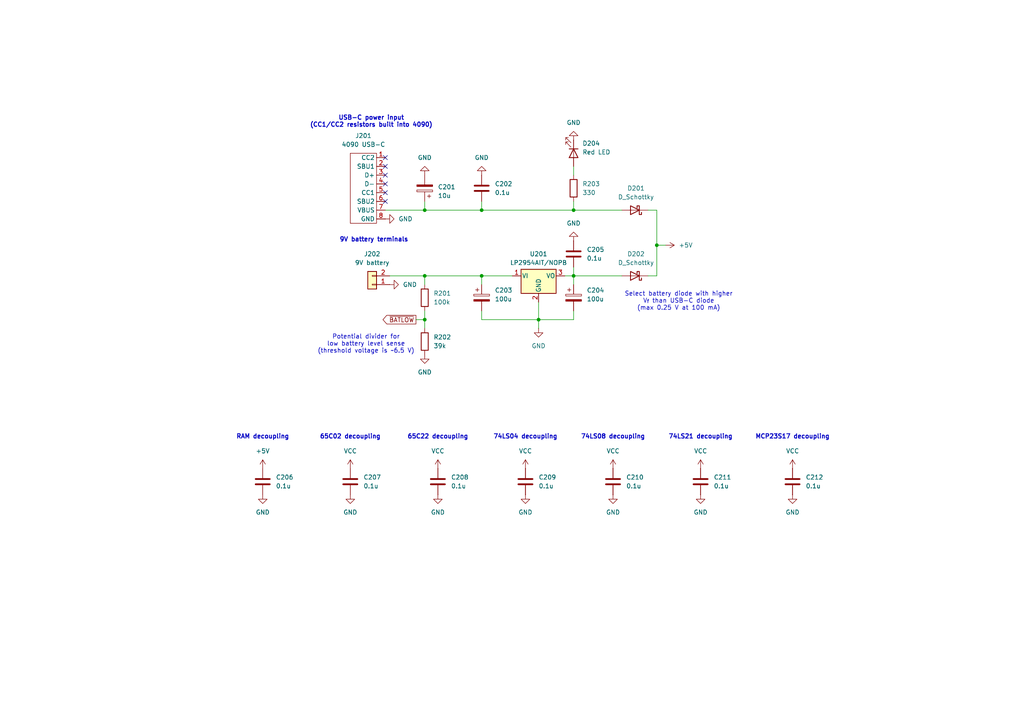
<source format=kicad_sch>
(kicad_sch (version 20250114) (generator "eeschema") (generator_version "9.0")
  (paper "A4")
  (lib_symbols
    (symbol "Components:4090"
      (property "Reference" "J" (at 0.508 3.81 0))
      (property "Value" "4090 USB-C" (at 6.096 1.524 0))
      (symbol "4090_0_1"
        (rectangle (start 0 0) (end 7.62 -20.32))
      )
      (symbol "4090_1_1"
        (pin input line (at 10.16 -1.27 180) (length 2.54) (name "CC2") (number "1"))
        (pin bidirectional line (at 10.16 -3.81 180) (length 2.54) (name "SBU1") (number "2"))
        (pin bidirectional line (at 10.16 -6.35 180) (length 2.54) (name "D+") (number "3"))
        (pin bidirectional line (at 10.16 -8.89 180) (length 2.54) (name "D-") (number "4"))
        (pin input line (at 10.16 -11.43 180) (length 2.54) (name "CC1") (number "5"))
        (pin bidirectional line (at 10.16 -13.97 180) (length 2.54) (name "SBU2") (number "6"))
        (pin power_out line (at 10.16 -16.51 180) (length 2.54) (name "VBUS") (number "7"))
        (pin power_out line (at 10.16 -19.05 180) (length 2.54) (name "GND") (number "8"))
      )
    )
    (symbol "Connector_Generic:Conn_01x02" (pin_names (offset 1.016) (hide yes))
      (property "Reference" "J" (at 0 2.54 0))
      (property "Value" "Conn_01x02" (at 0 -5.08 0))
      (symbol "Conn_01x02_1_1"
        (rectangle (start -1.27 1.27) (end 1.27 -3.81) (stroke (width 0.254)) (fill (type background)))
        (rectangle (start -1.27 0.127) (end 0 -0.127) (stroke (width 0.1524)))
        (rectangle (start -1.27 -2.413) (end 0 -2.667) (stroke (width 0.1524)))
        (pin passive line (at -5.08 0 0) (length 3.81) (name "Pin_1") (number "1"))
        (pin passive line (at -5.08 -2.54 0) (length 3.81) (name "Pin_2") (number "2"))
      )
    )
    (symbol "Device:C" (pin_numbers (hide yes)) (pin_names (offset 0.254))
      (property "Reference" "C" (at 0.635 2.54 0))
      (property "Value" "C" (at 0.635 -2.54 0))
      (symbol "C_0_1"
        (polyline (pts (xy -2.032 0.762) (xy 2.032 0.762)) (stroke (width 0.508)))
        (polyline (pts (xy -2.032 -0.762) (xy 2.032 -0.762)) (stroke (width 0.508)))
      )
      (symbol "C_1_1"
        (pin passive line (at 0 3.81 270) (length 2.794) (name "~") (number "1"))
        (pin passive line (at 0 -3.81 90) (length 2.794) (name "~") (number "2"))
      )
    )
    (symbol "Device:C_Polarized" (pin_numbers (hide yes)) (pin_names (offset 0.254))
      (property "Reference" "C" (at 0.635 2.54 0))
      (property "Value" "C_Polarized" (at 0.635 -2.54 0))
      (symbol "C_Polarized_0_1"
        (rectangle (start -2.286 0.508) (end 2.286 1.016))
        (polyline (pts (xy -1.778 2.286) (xy -0.762 2.286)))
        (polyline (pts (xy -1.27 2.794) (xy -1.27 1.778)))
        (rectangle (start 2.286 -0.508) (end -2.286 -1.016) (fill (type outline)))
      )
      (symbol "C_Polarized_1_1"
        (pin passive line (at 0 3.81 270) (length 2.794) (name "~") (number "1"))
        (pin passive line (at 0 -3.81 90) (length 2.794) (name "~") (number "2"))
      )
    )
    (symbol "Device:D_Schottky" (pin_numbers (hide yes)) (pin_names (offset 1.016) (hide yes))
      (property "Reference" "D" (at 0 2.54 0))
      (property "Value" "D_Schottky" (at 0 -2.54 0))
      (symbol "D_Schottky_0_1"
        (polyline (pts (xy -1.905 0.635) (xy -1.905 1.27) (xy -1.27 1.27) (xy -1.27 -1.27) (xy -0.635 -1.27) (xy -0.635 -0.635)) (stroke (width 0.254)))
        (polyline (pts (xy 1.27 1.27) (xy 1.27 -1.27) (xy -1.27 0) (xy 1.27 1.27)) (stroke (width 0.254)))
        (polyline (pts (xy 1.27 0) (xy -1.27 0)))
      )
      (symbol "D_Schottky_1_1"
        (pin passive line (at -3.81 0 0) (length 2.54) (name "K") (number "1"))
        (pin passive line (at 3.81 0 180) (length 2.54) (name "A") (number "2"))
      )
    )
    (symbol "Device:LED" (pin_numbers (hide yes)) (pin_names (offset 1.016) (hide yes))
      (property "Reference" "D" (at 0 2.54 0))
      (property "Value" "LED" (at 0 -2.54 0))
      (symbol "LED_0_1"
        (polyline (pts (xy -3.048 -0.762) (xy -4.572 -2.286) (xy -3.81 -2.286) (xy -4.572 -2.286) (xy -4.572 -1.524)))
        (polyline (pts (xy -1.778 -0.762) (xy -3.302 -2.286) (xy -2.54 -2.286) (xy -3.302 -2.286) (xy -3.302 -1.524)))
        (polyline (pts (xy -1.27 0) (xy 1.27 0)))
        (polyline (pts (xy -1.27 -1.27) (xy -1.27 1.27)) (stroke (width 0.254)))
        (polyline (pts (xy 1.27 -1.27) (xy 1.27 1.27) (xy -1.27 0) (xy 1.27 -1.27)) (stroke (width 0.254)))
      )
      (symbol "LED_1_1"
        (pin passive line (at -3.81 0 0) (length 2.54) (name "K") (number "1"))
        (pin passive line (at 3.81 0 180) (length 2.54) (name "A") (number "2"))
      )
    )
    (symbol "Device:R" (pin_numbers (hide yes)) (pin_names (offset 0))
      (property "Reference" "R" (at 2.032 0 90))
      (property "Value" "R" (at 0 0 90))
      (symbol "R_0_1"
        (rectangle (start -1.016 -2.54) (end 1.016 2.54) (stroke (width 0.254)))
      )
      (symbol "R_1_1"
        (pin passive line (at 0 3.81 270) (length 1.27) (name "~") (number "1"))
        (pin passive line (at 0 -3.81 90) (length 1.27) (name "~") (number "2"))
      )
    )
    (symbol "Regulator_Linear:LF50_TO220" (pin_names (offset 0.254))
      (property "Reference" "U" (at -3.81 3.175 0))
      (property "Value" "LF50_TO220" (at 0 3.175 0))
      (symbol "LF50_TO220_0_1"
        (rectangle (start -5.08 1.905) (end 5.08 -5.08) (stroke (width 0.254)) (fill (type background)))
      )
      (symbol "LF50_TO220_1_1"
        (pin power_in line (at -7.62 0 0) (length 2.54) (name "VI") (number "1"))
        (pin power_in line (at 0 -7.62 90) (length 2.54) (name "GND") (number "2"))
        (pin power_out line (at 7.62 0 180) (length 2.54) (name "VO") (number "3"))
      )
    )
    (symbol "power:+5V" (power) (pin_numbers (hide yes)) (pin_names (offset 0) (hide yes))
      (property "Value" "+5V" (at 0 3.556 0))
      (symbol "+5V_0_1"
        (polyline (pts (xy -0.762 1.27) (xy 0 2.54)))
        (polyline (pts (xy 0 2.54) (xy 0.762 1.27)))
        (polyline (pts (xy 0 0) (xy 0 2.54)))
      )
      (symbol "+5V_1_1"
        (pin power_in line (at 0 0 90) (length 0) (name "~") (number "1"))
      )
    )
    (symbol "power:GND" (power) (pin_numbers (hide yes)) (pin_names (offset 0) (hide yes))
      (property "Value" "GND" (at 0 -3.81 0))
      (symbol "GND_0_1"
        (polyline (pts (xy 0 0) (xy 0 -1.27) (xy 1.27 -1.27) (xy 0 -2.54) (xy -1.27 -1.27) (xy 0 -1.27)))
      )
      (symbol "GND_1_1"
        (pin power_in line (at 0 0 270) (length 0) (name "~") (number "1"))
      )
    )
  )
  (text "RAM decoupling" (at 76.2 126.746 0) (effects (font (size 1.27 1.27) (thickness 0.254) (bold yes))))
  (text "74LS08 decoupling" (at 177.8 126.746 0) (effects (font (size 1.27 1.27) (thickness 0.254) (bold yes))))
  (text "MCP23S17 decoupling" (at 229.87 126.746 0) (effects (font (size 1.27 1.27) (thickness 0.254) (bold yes))))
  (text "Select battery diode with higher\nV_{f} than USB-C diode\n(max 0.25 V at 100 mA)" (at 196.85 87.376 0) (effects (font (size 1.27 1.27))))
  (text "9V battery terminals" (at 108.458 69.596 0) (effects (font (size 1.27 1.27) (thickness 0.254) (bold yes))))
  (text "74LS04 decoupling" (at 152.4 126.746 0) (effects (font (size 1.27 1.27) (thickness 0.254) (bold yes))))
  (text "74LS21 decoupling" (at 203.2 126.746 0) (effects (font (size 1.27 1.27) (thickness 0.254) (bold yes))))
  (text "USB-C power input\n(CC1/CC2 resistors built into 4090)" (at 107.696 35.306 0) (effects (font (size 1.27 1.27) (thickness 0.254) (bold yes))))
  (text "65C02 decoupling" (at 101.6 126.746 0) (effects (font (size 1.27 1.27) (thickness 0.254) (bold yes))))
  (text "65C22 decoupling" (at 127 126.746 0) (effects (font (size 1.27 1.27) (thickness 0.254) (bold yes))))
  (text "Potential divider for\nlow battery level sense\n(threshold voltage is ~6.5 V)" (at 106.172 99.822 0) (effects (font (size 1.27 1.27) (thickness 0.1588))))
  (junction (at 139.7 60.96))
  (junction (at 166.37 80.01))
  (junction (at 123.19 60.96))
  (junction (at 166.37 60.96))
  (junction (at 123.19 92.71))
  (junction (at 139.7 80.01))
  (junction (at 123.19 80.01))
  (junction (at 156.21 92.71))
  (junction (at 190.5 71.12))
  (no_connect (at 111.76 58.42))
  (no_connect (at 111.76 53.34))
  (no_connect (at 111.76 48.26))
  (no_connect (at 111.76 55.88))
  (no_connect (at 111.76 45.72))
  (no_connect (at 111.76 50.8))
  (wire (pts (xy 156.21 92.71) (xy 156.21 87.63)))
  (wire (pts (xy 139.7 80.01) (xy 139.7 82.55)))
  (wire (pts (xy 123.19 80.01) (xy 123.19 82.55)))
  (wire (pts (xy 123.19 80.01) (xy 139.7 80.01)))
  (wire (pts (xy 166.37 48.26) (xy 166.37 50.8)))
  (wire (pts (xy 156.21 95.25) (xy 156.21 92.71)))
  (wire (pts (xy 163.83 80.01) (xy 166.37 80.01)))
  (wire (pts (xy 166.37 92.71) (xy 156.21 92.71)))
  (wire (pts (xy 123.19 60.96) (xy 139.7 60.96)))
  (wire (pts (xy 139.7 80.01) (xy 148.59 80.01)))
  (wire (pts (xy 123.19 58.42) (xy 123.19 60.96)))
  (wire (pts (xy 139.7 60.96) (xy 166.37 60.96)))
  (wire (pts (xy 190.5 60.96) (xy 190.5 71.12)))
  (wire (pts (xy 123.19 92.71) (xy 123.19 95.25)))
  (wire (pts (xy 187.96 60.96) (xy 190.5 60.96)))
  (wire (pts (xy 166.37 90.17) (xy 166.37 92.71)))
  (wire (pts (xy 139.7 90.17) (xy 139.7 92.71)))
  (wire (pts (xy 190.5 71.12) (xy 193.04 71.12)))
  (wire (pts (xy 139.7 92.71) (xy 156.21 92.71)))
  (wire (pts (xy 166.37 80.01) (xy 180.34 80.01)))
  (wire (pts (xy 190.5 71.12) (xy 190.5 80.01)))
  (wire (pts (xy 166.37 60.96) (xy 180.34 60.96)))
  (wire (pts (xy 120.65 92.71) (xy 123.19 92.71)))
  (wire (pts (xy 166.37 80.01) (xy 166.37 82.55)))
  (wire (pts (xy 111.76 60.96) (xy 123.19 60.96)))
  (wire (pts (xy 190.5 80.01) (xy 187.96 80.01)))
  (wire (pts (xy 139.7 58.42) (xy 139.7 60.96)))
  (wire (pts (xy 166.37 58.42) (xy 166.37 60.96)))
  (wire (pts (xy 123.19 90.17) (xy 123.19 92.71)))
  (wire (pts (xy 113.03 80.01) (xy 123.19 80.01)))
  (wire (pts (xy 166.37 77.47) (xy 166.37 80.01)))
  (global_label "~{BATLOW}" (shape output) (at 120.65 92.71 180) (effects (font (thickness 0.1588))) (property "Intersheetrefs" "${INTERSHEET_REFS}" (effects (hide yes))))
  (symbol (lib_id "power:GND") (at 123.19 50.8 180) (unit 1)
    (property "Reference" "#PWR0205" (effects (hide yes)))
    (property "Value" "GND" (at 123.19 45.72 0))
    (property "Description" "Power symbol creates a global label with name \"GND\" , ground" (effects (hide yes)))
  )
  (symbol (lib_id "power:GND") (at 113.03 82.55 90) (unit 1)
    (property "Reference" "#PWR0202" (effects (hide yes)))
    (property "Value" "GND" (at 116.84 82.5499 90) (effects (justify right)))
    (property "Description" "Power symbol creates a global label with name \"GND\" , ground" (effects (hide yes)))
  )
  (symbol (lib_id "power:GND") (at 76.2 143.51 0) (unit 1)
    (property "Reference" "#PWR0209" (effects (hide yes)))
    (property "Value" "GND" (at 76.2 148.59 0))
    (property "Description" "Power symbol creates a global label with name \"GND\" , ground" (effects (hide yes)))
  )
  (symbol (lib_id "power:+5V") (at 229.87 135.89 0) (unit 1)
    (property "Reference" "#PWR0220" (effects (hide yes)))
    (property "Value" "VCC" (at 229.87 130.81 0))
    (property "Description" "Power symbol creates a global label with name \"+5V\"" (effects (hide yes)))
  )
  (symbol (lib_id "power:GND") (at 166.37 40.64 180) (unit 1)
    (property "Reference" "#PWR0223" (effects (hide yes)))
    (property "Value" "GND" (at 166.37 35.56 0))
    (property "Description" "Power symbol creates a global label with name \"GND\" , ground" (effects (hide yes)))
  )
  (symbol (lib_id "Connector_Generic:Conn_01x02") (at 107.95 82.55 180) (unit 1)
    (property "Reference" "J202" (at 107.95 73.66 0))
    (property "Value" "9V battery" (at 107.95 76.2 0))
    (property "Footprint" "Connector_PinHeader_2.54mm:PinHeader_2x01_P2.54mm_Vertical" (effects (hide yes)))
    (property "Description" "Generic connector, single row, 01x02, script generated (kicad-library-utils/schlib/autogen/connector/)" (effects (hide yes)))
  )
  (symbol (lib_id "power:+5V") (at 203.2 135.89 0) (unit 1)
    (property "Reference" "#PWR0218" (effects (hide yes)))
    (property "Value" "VCC" (at 203.2 130.81 0))
    (property "Description" "Power symbol creates a global label with name \"+5V\"" (effects (hide yes)))
  )
  (symbol (lib_id "power:+5V") (at 101.6 135.89 0) (unit 1)
    (property "Reference" "#PWR0210" (effects (hide yes)))
    (property "Value" "VCC" (at 101.6 130.81 0))
    (property "Description" "Power symbol creates a global label with name \"+5V\"" (effects (hide yes)))
  )
  (symbol (lib_id "power:GND") (at 156.21 95.25 0) (unit 1)
    (property "Reference" "#PWR0203" (effects (hide yes)))
    (property "Value" "GND" (at 156.21 100.33 0))
    (property "Description" "Power symbol creates a global label with name \"GND\" , ground" (effects (hide yes)))
  )
  (symbol (lib_id "Device:LED") (at 166.37 44.45 270) (unit 1)
    (property "Reference" "D204" (at 168.91 41.5924 90) (effects (justify left)))
    (property "Value" "Red LED" (at 168.91 44.1324 90) (effects (justify left)))
    (property "Footprint" "LED_THT:LED_D5.0mm" (effects (hide yes)))
    (property "Description" "Light emitting diode" (effects (hide yes)))
    (property "Sim.Pins" "1=K 2=A" (effects (hide yes)))
  )
  (symbol (lib_id "Device:C") (at 76.2 139.7 0) (unit 1)
    (property "Reference" "C206" (at 80.01 138.4299 0) (effects (justify left)))
    (property "Value" "0.1u" (at 80.01 140.9699 0) (effects (justify left)))
    (property "Footprint" "Capacitor_THT:C_Radial_D4.0mm_H5.0mm_P1.50mm" (effects (hide yes)))
    (property "Description" "Unpolarized capacitor" (effects (hide yes)))
  )
  (symbol (lib_id "power:+5V") (at 127 135.89 0) (unit 1)
    (property "Reference" "#PWR0212" (effects (hide yes)))
    (property "Value" "VCC" (at 127 130.81 0))
    (property "Description" "Power symbol creates a global label with name \"+5V\"" (effects (hide yes)))
  )
  (symbol (lib_id "Device:D_Schottky") (at 184.15 60.96 180) (unit 1)
    (property "Reference" "D201" (at 184.4675 54.61 0))
    (property "Value" "D_Schottky" (at 184.4675 57.15 0))
    (property "Footprint" "Diode_THT:D_DO-41_SOD81_P7.62mm_Horizontal" (effects (hide yes)))
    (property "Description" "Schottky diode" (effects (hide yes)))
  )
  (symbol (lib_id "power:GND") (at 152.4 143.51 0) (unit 1)
    (property "Reference" "#PWR0215" (effects (hide yes)))
    (property "Value" "GND" (at 152.4 148.59 0))
    (property "Description" "Power symbol creates a global label with name \"GND\" , ground" (effects (hide yes)))
  )
  (symbol (lib_id "power:GND") (at 166.37 69.85 180) (unit 1)
    (property "Reference" "#PWR0207" (effects (hide yes)))
    (property "Value" "GND" (at 166.37 64.77 0))
    (property "Description" "Power symbol creates a global label with name \"GND\" , ground" (effects (hide yes)))
  )
  (symbol (lib_id "power:+5V") (at 193.04 71.12 270) (unit 1)
    (property "Reference" "#PWR0204" (effects (hide yes)))
    (property "Value" "+5V" (at 196.85 71.1199 90) (effects (justify left)))
    (property "Description" "Power symbol creates a global label with name \"+5V\"" (effects (hide yes)))
  )
  (symbol (lib_id "Device:C") (at 203.2 139.7 0) (unit 1)
    (property "Reference" "C211" (at 207.01 138.4299 0) (effects (justify left)))
    (property "Value" "0.1u" (at 207.01 140.9699 0) (effects (justify left)))
    (property "Footprint" "Capacitor_THT:C_Radial_D4.0mm_H5.0mm_P1.50mm" (effects (hide yes)))
    (property "Description" "Unpolarized capacitor" (effects (hide yes)))
  )
  (symbol (lib_id "Device:R") (at 123.19 86.36 0) (unit 1)
    (property "Reference" "R201" (at 125.73 85.0899 0) (effects (justify left)))
    (property "Value" "100k" (at 125.73 87.6299 0) (effects (justify left)))
    (property "Footprint" "Resistor_THT:R_Axial_DIN0207_L6.3mm_D2.5mm_P7.62mm_Horizontal" (effects (hide yes)))
    (property "Description" "Resistor" (effects (hide yes)))
  )
  (symbol (lib_id "Device:C") (at 101.6 139.7 0) (unit 1)
    (property "Reference" "C207" (at 105.41 138.4299 0) (effects (justify left)))
    (property "Value" "0.1u" (at 105.41 140.9699 0) (effects (justify left)))
    (property "Footprint" "Capacitor_THT:C_Radial_D4.0mm_H5.0mm_P1.50mm" (effects (hide yes)))
    (property "Description" "Unpolarized capacitor" (effects (hide yes)))
  )
  (symbol (lib_id "Device:C") (at 229.87 139.7 0) (unit 1)
    (property "Reference" "C212" (at 233.68 138.4299 0) (effects (justify left)))
    (property "Value" "0.1u" (at 233.68 140.9699 0) (effects (justify left)))
    (property "Footprint" "Capacitor_THT:C_Radial_D4.0mm_H5.0mm_P1.50mm" (effects (hide yes)))
    (property "Description" "Unpolarized capacitor" (effects (hide yes)))
  )
  (symbol (lib_id "Device:C_Polarized") (at 166.37 86.36 0) (unit 1)
    (property "Reference" "C204" (at 170.18 84.2009 0) (effects (justify left)))
    (property "Value" "100u" (at 170.18 86.7409 0) (effects (justify left)))
    (property "Footprint" "Capacitor_THT:CP_Radial_D6.3mm_P2.50mm" (effects (hide yes)))
    (property "Description" "Polarized capacitor" (effects (hide yes)))
  )
  (symbol (lib_id "power:GND") (at 101.6 143.51 0) (unit 1)
    (property "Reference" "#PWR0211" (effects (hide yes)))
    (property "Value" "GND" (at 101.6 148.59 0))
    (property "Description" "Power symbol creates a global label with name \"GND\" , ground" (effects (hide yes)))
  )
  (symbol (lib_id "power:+5V") (at 152.4 135.89 0) (unit 1)
    (property "Reference" "#PWR0214" (effects (hide yes)))
    (property "Value" "VCC" (at 152.4 130.81 0))
    (property "Description" "Power symbol creates a global label with name \"+5V\"" (effects (hide yes)))
  )
  (symbol (lib_id "Device:C") (at 139.7 54.61 0) (unit 1)
    (property "Reference" "C202" (at 143.51 53.3399 0) (effects (justify left)))
    (property "Value" "0.1u" (at 143.51 55.8799 0) (effects (justify left)))
    (property "Footprint" "Capacitor_THT:CP_Radial_D4.0mm_P1.50mm" (effects (hide yes)))
    (property "Description" "Unpolarized capacitor" (effects (hide yes)))
  )
  (symbol (lib_id "power:GND") (at 203.2 143.51 0) (unit 1)
    (property "Reference" "#PWR0219" (effects (hide yes)))
    (property "Value" "GND" (at 203.2 148.59 0))
    (property "Description" "Power symbol creates a global label with name \"GND\" , ground" (effects (hide yes)))
  )
  (symbol (lib_id "power:+5V") (at 177.8 135.89 0) (unit 1)
    (property "Reference" "#PWR0216" (effects (hide yes)))
    (property "Value" "VCC" (at 177.8 130.81 0))
    (property "Description" "Power symbol creates a global label with name \"+5V\"" (effects (hide yes)))
  )
  (symbol (lib_id "power:GND") (at 123.19 102.87 0) (unit 1)
    (property "Reference" "#PWR0222" (effects (hide yes)))
    (property "Value" "GND" (at 123.19 107.95 0))
    (property "Description" "Power symbol creates a global label with name \"GND\" , ground" (effects (hide yes)))
  )
  (symbol (lib_id "Device:C_Polarized") (at 123.19 54.61 180) (unit 1)
    (property "Reference" "C201" (at 127 54.2289 0) (effects (justify right)))
    (property "Value" "10u" (at 127 56.7689 0) (effects (justify right)))
    (property "Footprint" "Capacitor_THT:CP_Radial_D5.0mm_P2.00mm" (effects (hide yes)))
    (property "Description" "Polarized capacitor" (effects (hide yes)))
  )
  (symbol (lib_id "Device:C") (at 152.4 139.7 0) (unit 1)
    (property "Reference" "C209" (at 156.21 138.4299 0) (effects (justify left)))
    (property "Value" "0.1u" (at 156.21 140.9699 0) (effects (justify left)))
    (property "Footprint" "Capacitor_THT:C_Radial_D4.0mm_H5.0mm_P1.50mm" (effects (hide yes)))
    (property "Description" "Unpolarized capacitor" (effects (hide yes)))
  )
  (symbol (lib_id "Device:R") (at 123.19 99.06 0) (unit 1)
    (property "Reference" "R202" (at 125.73 97.7899 0) (effects (justify left)))
    (property "Value" "39k" (at 125.73 100.3299 0) (effects (justify left)))
    (property "Footprint" "Resistor_THT:R_Axial_DIN0207_L6.3mm_D2.5mm_P7.62mm_Horizontal" (effects (hide yes)))
    (property "Description" "Resistor" (effects (hide yes)))
  )
  (symbol (lib_id "power:GND") (at 127 143.51 0) (unit 1)
    (property "Reference" "#PWR0213" (effects (hide yes)))
    (property "Value" "GND" (at 127 148.59 0))
    (property "Description" "Power symbol creates a global label with name \"GND\" , ground" (effects (hide yes)))
  )
  (symbol (lib_id "Device:D_Schottky") (at 184.15 80.01 180) (unit 1)
    (property "Reference" "D202" (at 184.4675 73.66 0))
    (property "Value" "D_Schottky" (at 184.4675 76.2 0))
    (property "Footprint" "Diode_THT:D_DO-41_SOD81_P7.62mm_Horizontal" (effects (hide yes)))
    (property "Description" "Schottky diode" (effects (hide yes)))
  )
  (symbol (lib_id "power:GND") (at 229.87 143.51 0) (unit 1)
    (property "Reference" "#PWR0221" (effects (hide yes)))
    (property "Value" "GND" (at 229.87 148.59 0))
    (property "Description" "Power symbol creates a global label with name \"GND\" , ground" (effects (hide yes)))
  )
  (symbol (lib_id "Device:R") (at 166.37 54.61 0) (unit 1)
    (property "Reference" "R203" (at 168.91 53.3399 0) (effects (justify left)))
    (property "Value" "330" (at 168.91 55.8799 0) (effects (justify left)))
    (property "Footprint" "Resistor_THT:R_Axial_DIN0207_L6.3mm_D2.5mm_P7.62mm_Horizontal" (effects (hide yes)))
    (property "Description" "Resistor" (effects (hide yes)))
  )
  (symbol (lib_id "Device:C") (at 127 139.7 0) (unit 1)
    (property "Reference" "C208" (at 130.81 138.4299 0) (effects (justify left)))
    (property "Value" "0.1u" (at 130.81 140.9699 0) (effects (justify left)))
    (property "Footprint" "Capacitor_THT:C_Radial_D4.0mm_H5.0mm_P1.50mm" (effects (hide yes)))
    (property "Description" "Unpolarized capacitor" (effects (hide yes)))
  )
  (symbol (lib_id "Device:C") (at 166.37 73.66 0) (unit 1)
    (property "Reference" "C205" (at 170.18 72.3899 0) (effects (justify left)))
    (property "Value" "0.1u" (at 170.18 74.9299 0) (effects (justify left)))
    (property "Footprint" "Capacitor_THT:C_Radial_D4.0mm_H5.0mm_P1.50mm" (effects (hide yes)))
    (property "Description" "Unpolarized capacitor" (effects (hide yes)))
  )
  (symbol (lib_id "Device:C") (at 177.8 139.7 0) (unit 1)
    (property "Reference" "C210" (at 181.61 138.4299 0) (effects (justify left)))
    (property "Value" "0.1u" (at 181.61 140.9699 0) (effects (justify left)))
    (property "Footprint" "Capacitor_THT:C_Radial_D4.0mm_H5.0mm_P1.50mm" (effects (hide yes)))
    (property "Description" "Unpolarized capacitor" (effects (hide yes)))
  )
  (symbol (lib_id "power:GND") (at 111.76 63.5 90) (unit 1)
    (property "Reference" "#PWR0201" (effects (hide yes)))
    (property "Value" "GND" (at 115.57 63.4999 90) (effects (justify right)))
    (property "Description" "Power symbol creates a global label with name \"GND\" , ground" (effects (hide yes)))
  )
  (symbol (lib_id "power:GND") (at 177.8 143.51 0) (unit 1)
    (property "Reference" "#PWR0217" (effects (hide yes)))
    (property "Value" "GND" (at 177.8 148.59 0))
    (property "Description" "Power symbol creates a global label with name \"GND\" , ground" (effects (hide yes)))
  )
  (symbol (lib_id "Components:4090") (at 101.6 44.45 0) (unit 1)
    (property "Reference" "J201" (at 105.41 39.37 0))
    (property "Value" "4090 USB-C" (at 105.41 41.91 0))
    (property "Footprint" "Connector_PinHeader_2.54mm:PinHeader_1x08_P2.54mm_Vertical" (effects (hide yes)))
  )
  (symbol (lib_id "Device:C_Polarized") (at 139.7 86.36 0) (unit 1)
    (property "Reference" "C203" (at 143.51 84.2009 0) (effects (justify left)))
    (property "Value" "100u" (at 143.51 86.7409 0) (effects (justify left)))
    (property "Footprint" "Capacitor_THT:CP_Radial_D6.3mm_P2.50mm" (effects (hide yes)))
    (property "Description" "Polarized capacitor" (effects (hide yes)))
  )
  (symbol (lib_id "Regulator_Linear:LF50_TO220") (at 156.21 80.01 0) (unit 1)
    (property "Reference" "U201" (at 156.21 73.66 0))
    (property "Value" "LP2954AIT/NOPB" (at 156.21 76.2 0))
    (property "Footprint" "Package_TO_SOT_THT:TO-220-3_Vertical" (effects (hide yes)))
    (property "Datasheet" "http://www.st.com/content/ccc/resource/technical/document/datasheet/c4/0e/7e/2a/be/bc/4c/bd/CD00000546.pdf/files/CD00000546.pdf/jcr:content/translations/en.CD00000546.pdf" (effects (hide yes)))
    (property "Description" "Low-drop Voltage Regulator, Io up to 500mA, Fixed Vo 5.0V, TO-220" (effects (hide yes)))
  )
  (symbol (lib_id "power:GND") (at 139.7 50.8 180) (unit 1)
    (property "Reference" "#PWR0206" (effects (hide yes)))
    (property "Value" "GND" (at 139.7 45.72 0))
    (property "Description" "Power symbol creates a global label with name \"GND\" , ground" (effects (hide yes)))
  )
  (symbol (lib_id "power:+5V") (at 76.2 135.89 0) (unit 1)
    (property "Reference" "#PWR0208" (effects (hide yes)))
    (property "Value" "+5V" (at 76.2 130.81 0))
    (property "Description" "Power symbol creates a global label with name \"+5V\"" (effects (hide yes)))
  )
)
</source>
